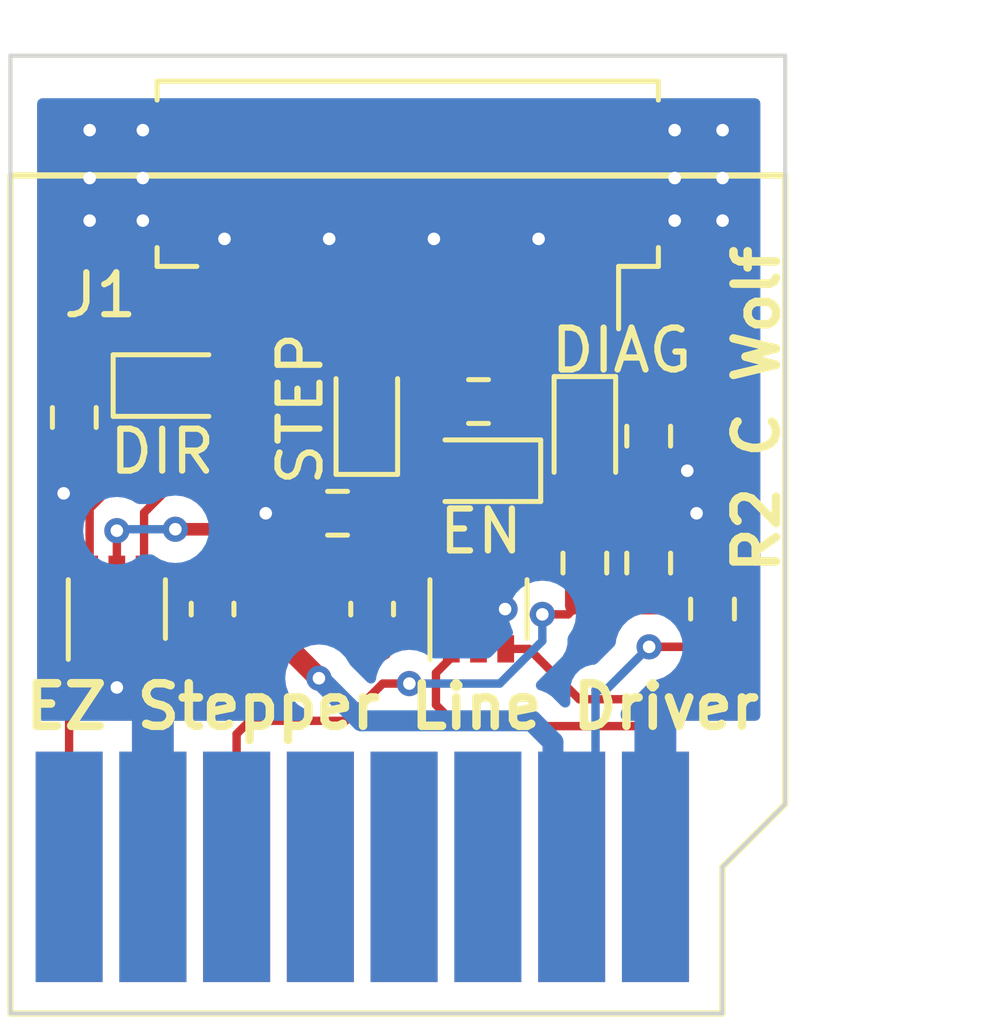
<source format=kicad_pcb>
(kicad_pcb (version 20241229) (generator "pcbnew") (generator_version "9.0")
  (layers (0 "F.Cu" signal) (2 "B.Cu" signal) (13 "F.Paste" user) (15 "B.Paste" user) (5 "F.SilkS" user "F.Silkscreen") (7 "B.SilkS" user "B.Silkscreen") (1 "F.Mask" user) (3 "B.Mask" user) (25 "Edge.Cuts" user))
  (net 0 "")
  (net 1 "+5V")
  (net 2 "GND")
  (net 3 "/B-STEP")
  (net 4 "/B-DIR")
  (net 5 "Net-(D1-K)")
  (net 6 "Net-(D2-K)")
  (net 7 "/5VDIAG")
  (net 8 "/B-DIAG")
  (net 9 "/B-ENABLE")
  (net 10 "/DIAG")
  (net 15 "/DIR")
  (net 21 "Net-(D3-K)")
  (net 22 "/STEP")
  (net 23 "Net-(D4-K)")
  (net 24 "/\\ENABLE")
  (footprint "custom:EZ_Stepper_Edge_Connector" (layer "F.Cu") (at 30.48 -121.285)
    (property "Reference" "U1" (hide yes))
    (property "Value" "EZ Driver Interface")
    (fp_line (start 0 -20) (end 0 0) (stroke (width 0.15)) (layer "F.SilkS"))
    (fp_line (start 0 0) (end 17 0) (stroke (width 0.15)) (layer "F.SilkS"))
    (fp_line (start 17 0) (end 17 -3.5) (stroke (width 0.15)) (layer "F.SilkS"))
    (fp_line (start 18.5 -20) (end 0 -20) (stroke (width 0.15)) (layer "F.SilkS"))
    (fp_line (start 18.5 -5) (end 17 -3.5) (stroke (width 0.15)) (layer "F.SilkS"))
    (fp_line (start 18.5 -5) (end 18.5 -20) (stroke (width 0.15)) (layer "F.SilkS"))
    (pad "1" smd rect (at 1.4 -3.5) (size 1.6 5.5) (layers "F.Cu" "F.Mask" "F.Paste") (net 15 "/DIR"))
    (pad "2" smd rect (at 3.4 -3.5) (size 1.6 5.5) (layers "F.Cu" "F.Mask" "F.Paste") (net 22 "/STEP"))
    (pad "3" smd rect (at 5.4 -3.5) (size 1.6 5.5) (layers "F.Cu" "F.Mask" "F.Paste") (net 10 "/DIAG"))
    (pad "4" smd rect (at 7.4 -3.5) (size 1.6 5.5) (layers "F.Cu" "F.Mask" "F.Paste"))
    (pad "5" smd rect (at 9.4 -3.5) (size 1.6 5.5) (layers "F.Cu" "F.Mask" "F.Paste"))
    (pad "6" smd rect (at 11.4 -3.5) (size 1.6 5.5) (layers "F.Cu" "F.Mask" "F.Paste"))
    (pad "7" smd rect (at 13.4 -3.5) (size 1.6 5.5) (layers "F.Cu" "F.Mask" "F.Paste"))
    (pad "8" smd rect (at 15.4 -3.5) (size 1.6 5.5) (layers "F.Cu" "F.Mask" "F.Paste") (net 24 "/\\ENABLE"))
    (pad "9" smd rect (at 15.4 -3.5) (size 1.6 5.5) (layers "B.Cu" "B.Mask" "B.Paste") (net 2 "GND"))
    (pad "10" smd rect (at 13.4 -3.5) (size 1.6 5.5) (layers "B.Cu" "B.Mask" "B.Paste") (net 1 "+5V"))
    (pad "11" smd rect (at 11.4 -3.5) (size 1.6 5.5) (layers "B.Cu" "B.Mask" "B.Paste"))
    (pad "12" smd rect (at 9.4 -3.5) (size 1.6 5.5) (layers "B.Cu" "B.Mask" "B.Paste"))
    (pad "13" smd rect (at 7.4 -3.5) (size 1.6 5.5) (layers "B.Cu" "B.Mask" "B.Paste"))
    (pad "14" smd rect (at 5.4 -3.5) (size 1.6 5.5) (layers "B.Cu" "B.Mask" "B.Paste"))
    (pad "15" smd rect (at 3.4 -3.5) (size 1.6 5.5) (layers "B.Cu" "B.Mask" "B.Paste") (net 2 "GND"))
    (pad "16" smd rect (at 1.4 -3.5) (size 1.6 5.5) (layers "B.Cu" "B.Mask" "B.Paste"))
  )
  (footprint "Resistor_SMD:R_0603_1608Metric" (layer "F.Cu") (at 41.656 -135.89)
    (property "Reference" "R3" (hide yes))
    (property "Value" "R")
    (fp_line (start 0.237258 -0.5225) (end -0.237258 -0.5225) (stroke (width 0.12)) (layer "F.SilkS"))
    (fp_line (start 0.237258 0.5225) (end -0.237258 0.5225) (stroke (width 0.12)) (layer "F.SilkS"))
    (pad "1" smd roundrect (at -0.825 0) (size 0.8 0.95) (layers "F.Cu" "F.Mask" "F.Paste") (net 9 "/B-ENABLE"))
    (pad "2" smd roundrect (at 0.825 0) (size 0.8 0.95) (layers "F.Cu" "F.Mask" "F.Paste") (net 5 "Net-(D1-K)"))
  )
  (footprint "Capacitor_SMD:C_0603_1608Metric" (layer "F.Cu") (at 35.306 -130.937 -90)
    (property "Reference" "C1" (hide yes))
    (property "Value" "C")
    (fp_line (start -0.14058 0.51) (end 0.14058 0.51) (stroke (width 0.12)) (layer "F.SilkS"))
    (fp_line (start -0.14058 -0.51) (end 0.14058 -0.51) (stroke (width 0.12)) (layer "F.SilkS"))
    (pad "1" smd roundrect (at -0.775 0 270) (size 0.9 0.95) (layers "F.Cu" "F.Mask" "F.Paste") (net 1 "+5V"))
    (pad "2" smd roundrect (at 0.775 0 270) (size 0.9 0.95) (layers "F.Cu" "F.Mask" "F.Paste") (net 2 "GND"))
  )
  (footprint "Package_TO_SOT_SMD:SOT-363_SC-70-6" (layer "F.Cu") (at 33.02 -130.937 90)
    (property "Reference" "U2" (hide yes))
    (property "Value" "74LVC2G17")
    (fp_line (start 0.7 -1.16) (end -1.2 -1.16) (stroke (width 0.12)) (layer "F.SilkS"))
    (fp_line (start -0.7 1.16) (end 0.7 1.16) (stroke (width 0.12)) (layer "F.SilkS"))
    (pad "1" smd rect (at -0.95 -0.65 90) (size 0.65 0.4) (layers "F.Cu" "F.Mask" "F.Paste") (net 15 "/DIR"))
    (pad "2" smd rect (at -0.95 0 90) (size 0.65 0.4) (layers "F.Cu" "F.Mask" "F.Paste") (net 2 "GND"))
    (pad "3" smd rect (at -0.95 0.65 90) (size 0.65 0.4) (layers "F.Cu" "F.Mask" "F.Paste") (net 22 "/STEP"))
    (pad "4" smd rect (at 0.95 0.65 90) (size 0.65 0.4) (layers "F.Cu" "F.Mask" "F.Paste") (net 3 "/B-STEP"))
    (pad "5" smd rect (at 0.95 0 90) (size 0.65 0.4) (layers "F.Cu" "F.Mask" "F.Paste") (net 1 "+5V"))
    (pad "6" smd rect (at 0.95 -0.65 90) (size 0.65 0.4) (layers "F.Cu" "F.Mask" "F.Paste") (net 4 "/B-DIR"))
  )
  (footprint "Resistor_SMD:R_0603_1608Metric" (layer "F.Cu") (at 45.72 -132.035 -90)
    (property "Reference" "R2" (hide yes))
    (property "Value" "2.2K")
    (fp_line (start -0.237258 0.5225) (end 0.237258 0.5225) (stroke (width 0.12)) (layer "F.SilkS"))
    (fp_line (start -0.237258 -0.5225) (end 0.237258 -0.5225) (stroke (width 0.12)) (layer "F.SilkS"))
    (pad "1" smd roundrect (at -0.825 0 270) (size 0.8 0.95) (layers "F.Cu" "F.Mask" "F.Paste") (net 2 "GND"))
    (pad "2" smd roundrect (at 0.825 0 270) (size 0.8 0.95) (layers "F.Cu" "F.Mask" "F.Paste") (net 10 "/DIAG"))
  )
  (footprint "Resistor_SMD:R_0603_1608Metric" (layer "F.Cu") (at 44.196 -132.035 90)
    (property "Reference" "R1" (hide yes))
    (property "Value" "1K")
    (fp_line (start -0.237258 -0.5225) (end 0.237258 -0.5225) (stroke (width 0.12)) (layer "F.SilkS"))
    (fp_line (start -0.237258 0.5225) (end 0.237258 0.5225) (stroke (width 0.12)) (layer "F.SilkS"))
    (pad "1" smd roundrect (at -0.825 0 90) (size 0.8 0.95) (layers "F.Cu" "F.Mask" "F.Paste") (net 10 "/DIAG"))
    (pad "2" smd roundrect (at 0.825 0 90) (size 0.8 0.95) (layers "F.Cu" "F.Mask" "F.Paste") (net 7 "/5VDIAG"))
  )
  (footprint "LED_SMD:LED_0603_1608Metric" (layer "F.Cu") (at 34.417 -136.271)
    (property "Reference" "D3" (hide yes))
    (property "Value" "LED")
    (fp_line (start -1.485 -0.735) (end 0.8 -0.735) (stroke (width 0.12)) (layer "F.SilkS"))
    (fp_line (start -1.485 0.735) (end -1.485 -0.735) (stroke (width 0.12)) (layer "F.SilkS"))
    (fp_line (start 0.8 0.735) (end -1.485 0.735) (stroke (width 0.12)) (layer "F.SilkS"))
    (pad "1" smd roundrect (at -0.7875 0) (size 0.875 0.95) (layers "F.Cu" "F.Mask" "F.Paste") (net 21 "Net-(D3-K)"))
    (pad "2" smd roundrect (at 0.7875 0) (size 0.875 0.95) (layers "F.Cu" "F.Mask" "F.Paste") (net 4 "/B-DIR"))
  )
  (footprint "LED_SMD:LED_0603_1608Metric" (layer "F.Cu") (at 44.196 -135.001 -90)
    (property "Reference" "D4" (hide yes))
    (property "Value" "LED")
    (fp_line (start -1.485 0.735) (end -1.485 -0.735) (stroke (width 0.12)) (layer "F.SilkS"))
    (fp_line (start 0.8 0.735) (end -1.485 0.735) (stroke (width 0.12)) (layer "F.SilkS"))
    (fp_line (start -1.485 -0.735) (end 0.8 -0.735) (stroke (width 0.12)) (layer "F.SilkS"))
    (pad "1" smd roundrect (at -0.7875 0 270) (size 0.875 0.95) (layers "F.Cu" "F.Mask" "F.Paste") (net 23 "Net-(D4-K)"))
    (pad "2" smd roundrect (at 0.7875 0 270) (size 0.875 0.95) (layers "F.Cu" "F.Mask" "F.Paste") (net 7 "/5VDIAG"))
  )
  (footprint "LED_SMD:LED_0603_1608Metric" (layer "F.Cu") (at 41.656 -134.239 180)
    (property "Reference" "D1" (hide yes))
    (property "Value" "LED")
    (fp_line (start 0.8 0.735) (end -1.485 0.735) (stroke (width 0.12)) (layer "F.SilkS"))
    (fp_line (start -1.485 0.735) (end -1.485 -0.735) (stroke (width 0.12)) (layer "F.SilkS"))
    (fp_line (start -1.485 -0.735) (end 0.8 -0.735) (stroke (width 0.12)) (layer "F.SilkS"))
    (pad "1" smd roundrect (at -0.7875 0 180) (size 0.875 0.95) (layers "F.Cu" "F.Mask" "F.Paste") (net 5 "Net-(D1-K)"))
    (pad "2" smd roundrect (at 0.7875 0 180) (size 0.875 0.95) (layers "F.Cu" "F.Mask" "F.Paste") (net 1 "+5V"))
  )
  (footprint "Package_TO_SOT_SMD:SOT-363_SC-70-6" (layer "F.Cu") (at 41.656 -130.937 90)
    (property "Reference" "U3" (hide yes))
    (property "Value" "74LVC2G17")
    (fp_line (start 0.7 -1.16) (end -1.2 -1.16) (stroke (width 0.12)) (layer "F.SilkS"))
    (fp_line (start -0.7 1.16) (end 0.7 1.16) (stroke (width 0.12)) (layer "F.SilkS"))
    (pad "1" smd rect (at -0.95 -0.65 90) (size 0.65 0.4) (layers "F.Cu" "F.Mask" "F.Paste") (net 24 "/\\ENABLE"))
    (pad "2" smd rect (at -0.95 0 90) (size 0.65 0.4) (layers "F.Cu" "F.Mask" "F.Paste") (net 2 "GND"))
    (pad "3" smd rect (at -0.95 0.65 90) (size 0.65 0.4) (layers "F.Cu" "F.Mask" "F.Paste") (net 8 "/B-DIAG"))
    (pad "4" smd rect (at 0.95 0.65 90) (size 0.65 0.4) (layers "F.Cu" "F.Mask" "F.Paste") (net 7 "/5VDIAG"))
    (pad "5" smd rect (at 0.95 0 90) (size 0.65 0.4) (layers "F.Cu" "F.Mask" "F.Paste") (net 1 "+5V"))
    (pad "6" smd rect (at 0.95 -0.65 90) (size 0.65 0.4) (layers "F.Cu" "F.Mask" "F.Paste") (net 9 "/B-ENABLE"))
  )
  (footprint "Resistor_SMD:R_0603_1608Metric" (layer "F.Cu") (at 45.72 -135.064 90)
    (property "Reference" "R6" (hide yes))
    (property "Value" "R")
    (fp_line (start 0.237258 -0.5225) (end -0.237258 -0.5225) (stroke (width 0.12)) (layer "F.SilkS"))
    (fp_line (start 0.237258 0.5225) (end -0.237258 0.5225) (stroke (width 0.12)) (layer "F.SilkS"))
    (pad "1" smd roundrect (at -0.825 0 90) (size 0.8 0.95) (layers "F.Cu" "F.Mask" "F.Paste") (net 2 "GND"))
    (pad "2" smd roundrect (at 0.825 0 90) (size 0.8 0.95) (layers "F.Cu" "F.Mask" "F.Paste") (net 23 "Net-(D4-K)"))
  )
  (footprint "Resistor_SMD:R_0603_1608Metric" (layer "F.Cu") (at 38.29 -133.224)
    (property "Reference" "R4" (hide yes))
    (property "Value" "R")
    (fp_line (start 0.237258 -0.5225) (end -0.237258 -0.5225) (stroke (width 0.12)) (layer "F.SilkS"))
    (fp_line (start 0.237258 0.5225) (end -0.237258 0.5225) (stroke (width 0.12)) (layer "F.SilkS"))
    (pad "1" smd roundrect (at -0.825 0) (size 0.8 0.95) (layers "F.Cu" "F.Mask" "F.Paste") (net 2 "GND"))
    (pad "2" smd roundrect (at 0.825 0) (size 0.8 0.95) (layers "F.Cu" "F.Mask" "F.Paste") (net 6 "Net-(D2-K)"))
  )
  (footprint "Connector_Molex:Molex_PicoBlade_53261-0871_1x08-1MP_P1.25mm_Horizontal" (layer "F.Cu") (at 39.966 -140.825 180)
    (property "Reference" "J1" (at 7.341 -2.395 0) (layer "F.SilkS"))
    (property "Value" "Conn_02x04_Odd_Even")
    (fp_line (start 5.985 2.71) (end 5.985 2.26) (stroke (width 0.12)) (layer "F.SilkS"))
    (fp_line (start 5.985 -1.26) (end 5.985 -1.71) (stroke (width 0.12)) (layer "F.SilkS"))
    (fp_line (start 5.985 -1.71) (end 5.035 -1.71) (stroke (width 0.12)) (layer "F.SilkS"))
    (fp_line (start -5.035 -1.71) (end -5.035 -3.2) (stroke (width 0.12)) (layer "F.SilkS"))
    (fp_line (start -5.985 2.71) (end 5.985 2.71) (stroke (width 0.12)) (layer "F.SilkS"))
    (fp_line (start -5.985 2.26) (end -5.985 2.71) (stroke (width 0.12)) (layer "F.SilkS"))
    (fp_line (start -5.985 -1.26) (end -5.985 -1.71) (stroke (width 0.12)) (layer "F.SilkS"))
    (fp_line (start -5.985 -1.71) (end -5.035 -1.71) (stroke (width 0.12)) (layer "F.SilkS"))
    (pad "1" smd roundrect (at -4.375 -2.4 180) (size 0.8 1.6) (layers "F.Cu" "F.Mask" "F.Paste") (net 8 "/B-DIAG"))
    (pad "2" smd roundrect (at -3.125 -2.4 180) (size 0.8 1.6) (layers "F.Cu" "F.Mask" "F.Paste") (net 2 "GND"))
    (pad "3" smd roundrect (at -1.875 -2.4 180) (size 0.8 1.6) (layers "F.Cu" "F.Mask" "F.Paste") (net 9 "/B-ENABLE"))
    (pad "4" smd roundrect (at -0.625 -2.4 180) (size 0.8 1.6) (layers "F.Cu" "F.Mask" "F.Paste") (net 2 "GND"))
    (pad "5" smd roundrect (at 0.625 -2.4 180) (size 0.8 1.6) (layers "F.Cu" "F.Mask" "F.Paste") (net 3 "/B-STEP"))
    (pad "6" smd roundrect (at 1.875 -2.4 180) (size 0.8 1.6) (layers "F.Cu" "F.Mask" "F.Paste") (net 2 "GND"))
    (pad "7" smd roundrect (at 3.125 -2.4 180) (size 0.8 1.6) (layers "F.Cu" "F.Mask" "F.Paste") (net 4 "/B-DIR"))
    (pad "8" smd roundrect (at 4.375 -2.4 180) (size 0.8 1.6) (layers "F.Cu" "F.Mask" "F.Paste") (net 2 "GND"))
    (pad "MP" smd roundrect (at -6.925 0.5 180) (size 2.1 3) (layers "F.Cu" "F.Mask" "F.Paste") (roundrect_rratio 0.1190480952) (net 2 "GND"))
    (pad "MP" smd roundrect (at 6.925 0.5 180) (size 2.1 3) (layers "F.Cu" "F.Mask" "F.Paste") (roundrect_rratio 0.1190480952) (net 2 "GND"))
  )
  (footprint "Resistor_SMD:R_0603_1608Metric" (layer "F.Cu") (at 47.244 -130.937 -90)
    (property "Reference" "R7" (hide yes))
    (property "Value" "2.2K")
    (fp_line (start -0.237258 0.5225) (end 0.237258 0.5225) (stroke (width 0.12)) (layer "F.SilkS"))
    (fp_line (start -0.237258 -0.5225) (end 0.237258 -0.5225) (stroke (width 0.12)) (layer "F.SilkS"))
    (pad "1" smd roundrect (at -0.825 0 270) (size 0.8 0.95) (layers "F.Cu" "F.Mask" "F.Paste") (net 8 "/B-DIAG"))
    (pad "2" smd roundrect (at 0.825 0 270) (size 0.8 0.95) (layers "F.Cu" "F.Mask" "F.Paste") (net 1 "+5V"))
  )
  (footprint "LED_SMD:LED_0603_1608Metric" (layer "F.Cu") (at 38.989 -135.636 90)
    (property "Reference" "D2" (hide yes))
    (property "Value" "LED")
    (fp_line (start -1.485 -0.735) (end 0.8 -0.735) (stroke (width 0.12)) (layer "F.SilkS"))
    (fp_line (start 0.8 0.735) (end -1.485 0.735) (stroke (width 0.12)) (layer "F.SilkS"))
    (fp_line (start -1.485 0.735) (end -1.485 -0.735) (stroke (width 0.12)) (layer "F.SilkS"))
    (pad "1" smd roundrect (at -0.7875 0 90) (size 0.875 0.95) (layers "F.Cu" "F.Mask" "F.Paste") (net 6 "Net-(D2-K)"))
    (pad "2" smd roundrect (at 0.7875 0 90) (size 0.875 0.95) (layers "F.Cu" "F.Mask" "F.Paste") (net 3 "/B-STEP"))
  )
  (footprint "Resistor_SMD:R_0603_1608Metric" (layer "F.Cu") (at 32.004 -135.509 90)
    (property "Reference" "R5" (hide yes))
    (property "Value" "R")
    (fp_line (start 0.237258 -0.5225) (end -0.237258 -0.5225) (stroke (width 0.12)) (layer "F.SilkS"))
    (fp_line (start 0.237258 0.5225) (end -0.237258 0.5225) (stroke (width 0.12)) (layer "F.SilkS"))
    (pad "1" smd roundrect (at -0.825 0 90) (size 0.8 0.95) (layers "F.Cu" "F.Mask" "F.Paste") (net 2 "GND"))
    (pad "2" smd roundrect (at 0.825 0 90) (size 0.8 0.95) (layers "F.Cu" "F.Mask" "F.Paste") (net 21 "Net-(D3-K)"))
  )
  (footprint "Capacitor_SMD:C_0603_1608Metric" (layer "F.Cu") (at 39.116 -130.937 -90)
    (property "Reference" "C2" (hide yes))
    (property "Value" "C")
    (fp_line (start -0.14058 0.51) (end 0.14058 0.51) (stroke (width 0.12)) (layer "F.SilkS"))
    (fp_line (start -0.14058 -0.51) (end 0.14058 -0.51) (stroke (width 0.12)) (layer "F.SilkS"))
    (pad "1" smd roundrect (at -0.775 0 270) (size 0.9 0.95) (layers "F.Cu" "F.Mask" "F.Paste") (net 1 "+5V"))
    (pad "2" smd roundrect (at 0.775 0 270) (size 0.9 0.95) (layers "F.Cu" "F.Mask" "F.Paste") (net 2 "GND"))
  )
  (gr_line (start 48.98 -144.145) (end 48.98 -126.285) (stroke (width 0.1)) (layer "Edge.Cuts"))
  (gr_line (start 47.48 -124.785) (end 47.48 -121.285) (stroke (width 0.1)) (layer "Edge.Cuts"))
  (gr_line (start 48.98 -126.285) (end 47.48 -124.785) (stroke (width 0.1)) (layer "Edge.Cuts"))
  (gr_line (start 30.48 -144.145) (end 48.98 -144.145) (stroke (width 0.1)) (layer "Edge.Cuts"))
  (gr_line (start 30.48 -121.285) (end 30.48 -144.145) (stroke (width 0.1)) (layer "Edge.Cuts"))
  (gr_line (start 47.48 -121.285) (end 30.48 -121.285) (stroke (width 0.1)) (layer "Edge.Cuts"))
  (gr_text "DIAG" (at 43.307 -136.525 0) (layer "F.SilkS") (effects (font (size 1 1)) (justify left bottom)))
  (gr_text "EZ Stepper Line Driver" (at 30.734 -128.016 0) (layer "F.SilkS") (effects (font (size 1.016 1.016) (thickness 0.2032) (bold yes)) (justify left bottom)))
  (gr_text "DIR" (at 32.766 -134.112 0) (layer "F.SilkS") (effects (font (size 1 1)) (justify left bottom)))
  (gr_text "R2 C Wolf" (at 48.895 -131.699 90) (layer "F.SilkS") (effects (font (size 1.016 1.016) (thickness 0.2032) (bold yes)) (justify left bottom)))
  (gr_text "EN" (at 40.64 -132.207 0) (layer "F.SilkS") (effects (font (size 1 1)) (justify left bottom)))
  (gr_text "STEP" (at 37.9875 -133.811742 90) (layer "F.SilkS") (effects (font (size 1 1)) (justify left bottom)))
  (segment (start 39.637 -131.191) (end 39.116 -131.712) (width 0.2) (layer "F.Cu") (net 1))
  (segment (start 37.846 -129.286) (end 36.944 -130.188) (width 0.5) (layer "F.Cu") (net 1))
  (segment (start 40.767 -131.191) (end 39.637 -131.191) (width 0.2) (layer "F.Cu") (net 1))
  (segment (start 33.274 -131.191) (end 34.785 -131.191) (width 0.2) (layer "F.Cu") (net 1))
  (segment (start 36.2585 -132.3975) (end 36.944 -131.712) (width 0.3) (layer "F.Cu") (net 1))
  (segment (start 33.02 -131.887) (end 33.02 -132.808) (width 0.2) (layer "F.Cu") (net 1))
  (segment (start 41.656 -131.445) (end 41.402 -131.191) (width 0.2) (layer "F.Cu") (net 1))
  (segment (start 41.656 -132.842) (end 41.656 -131.887) (width 0.2) (layer "F.Cu") (net 1))
  (segment (start 39.116 -131.712) (end 38.494 -131.712) (width 0.3) (layer "F.Cu") (net 1))
  (segment (start 40.8685 -134.239) (end 40.8685 -133.6295) (width 0.2) (layer "F.Cu") (net 1))
  (segment (start 35.814 -132.842) (end 36.2585 -132.3975) (width 0.3) (layer "F.Cu") (net 1))
  (segment (start 47.23 -130.46) (end 46.805 -130.035) (width 0.2) (layer "F.Cu") (net 1))
  (segment (start 33.02 -131.445) (end 33.274 -131.191) (width 0.2) (layer "F.Cu") (net 1))
  (segment (start 45.73 -130.035) (end 47.167 -130.035) (width 0.2) (layer "F.Cu") (net 1))
  (segment (start 41.656 -131.887) (end 41.656 -131.445) (width 0.2) (layer "F.Cu") (net 1))
  (segment (start 39.694 -131.191) (end 39.961 -131.191) (width 0.2) (layer "F.Cu") (net 1))
  (segment (start 40.767 -131.191) (end 39.961 -131.191) (width 0.2) (layer "F.Cu") (net 1))
  (segment (start 46.805 -130.035) (end 45.73 -130.035) (width 0.2) (layer "F.Cu") (net 1))
  (segment (start 40.8685 -133.6295) (end 41.656 -132.842) (width 0.2) (layer "F.Cu") (net 1))
  (segment (start 41.402 -131.191) (end 40.767 -131.191) (width 0.2) (layer "F.Cu") (net 1))
  (segment (start 34.417 -132.842) (end 35.814 -132.842) (width 0.3) (layer "F.Cu") (net 1))
  (segment (start 33.02 -131.887) (end 33.02 -131.445) (width 0.2) (layer "F.Cu") (net 1))
  (segment (start 34.785 -131.191) (end 35.306 -131.712) (width 0.2) (layer "F.Cu") (net 1))
  (segment (start 36.944 -130.188) (end 36.944 -131.712) (width 0.5) (layer "F.Cu") (net 1))
  (segment (start 47.167 -130.035) (end 47.244 -130.112) (width 0.2) (layer "F.Cu") (net 1))
  (segment (start 36.944 -131.712) (end 39.116 -131.712) (width 0.3) (layer "F.Cu") (net 1))
  (via (at 34.417 -132.842) (size 0.6) (drill 0.3) (layers "F.Cu" "B.Cu") (net 1))
  (via (at 33.02 -132.808) (size 0.6) (drill 0.3) (layers "F.Cu" "B.Cu") (net 1))
  (via (at 37.846 -129.286) (size 0.6) (drill 0.3) (layers "F.Cu" "B.Cu") (net 1))
  (via (at 45.73 -130.035) (size 0.6) (drill 0.3) (layers "F.Cu" "B.Cu") (net 1))
  (segment (start 44.45 -129.0065) (end 44.7015 -129.0065) (width 0.2) (layer "B.Cu") (net 1))
  (segment (start 44.45 -125.355) (end 43.88 -124.785) (width 0.2) (layer "B.Cu") (net 1))
  (segment (start 42.926 -128.27) (end 38.862 -128.27) (width 0.5) (layer "B.Cu") (net 1))
  (segment (start 38.862 -128.27) (end 37.846 -129.286) (width 0.5) (layer "B.Cu") (net 1))
  (segment (start 43.434 -125.231) (end 43.434 -127.762) (width 0.5) (layer "B.Cu") (net 1))
  (segment (start 34.417 -132.842) (end 34.544 -132.842) (width 0.2) (layer "B.Cu") (net 1))
  (segment (start 34.417 -132.842) (end 33.054 -132.842) (width 0.2) (layer "B.Cu") (net 1))
  (segment (start 44.7015 -129.0065) (end 45.73 -130.035) (width 0.2) (layer "B.Cu") (net 1))
  (segment (start 43.88 -124.785) (end 43.434 -125.231) (width 0.2) (layer "B.Cu") (net 1))
  (segment (start 44.45 -129.0065) (end 44.45 -125.355) (width 0.2) (layer "B.Cu") (net 1))
  (segment (start 33.054 -132.842) (end 33.02 -132.808) (width 0.2) (layer "B.Cu") (net 1))
  (segment (start 43.434 -127.762) (end 42.926 -128.27) (width 0.5) (layer "B.Cu") (net 1))
  (segment (start 33.274 -130.683) (end 33.02 -130.429) (width 0.2) (layer "F.Cu") (net 2))
  (segment (start 41.5925 -130.0505) (end 41.5925 -130.4925) (width 0.2) (layer "F.Cu") (net 2))
  (segment (start 37.465 -133.224) (end 36.576 -133.223) (width 0.2) (layer "F.Cu") (net 2))
  (segment (start 41.148 -130.683) (end 40.752736 -130.683) (width 0.2) (layer "F.Cu") (net 2))
  (segment (start 41.656 -129.987) (end 41.7195 -130.0505) (width 0.2) (layer "F.Cu") (net 2))
  (segment (start 41.5925 -130.4925) (end 41.402 -130.683) (width 0.2) (layer "F.Cu") (net 2))
  (segment (start 45.72 -134.239) (end 46.641 -134.239) (width 0.2) (layer "F.Cu") (net 2))
  (segment (start 41.656 -129.987) (end 41.5925 -130.0505) (width 0.2) (layer "F.Cu") (net 2))
  (segment (start 40.591 -138.425) (end 40.591 -139.772) (width 0.2) (layer "F.Cu") (net 2))
  (segment (start 35.591 -138.425) (end 35.591 -139.772) (width 0.2) (layer "F.Cu") (net 2))
  (segment (start 43.091 -138.425) (end 43.091 -139.772) (width 0.2) (layer "F.Cu") (net 2))
  (segment (start 40.736 -130.683) (end 41.402 -130.683) (width 0.2) (layer "F.Cu") (net 2))
  (segment (start 41.275 -130.683) (end 39.751686 -130.683) (width 0.2) (layer "F.Cu") (net 2))
  (segment (start 39.230686 -130.162) (end 39.116 -130.162) (width 0.2) (layer "F.Cu") (net 2))
  (segment (start 33.02 -129.987) (end 33.02 -129.066) (width 0.2) (layer "F.Cu") (net 2))
  (segment (start 38.091 -138.425) (end 38.091 -139.772) (width 0.2) (layer "F.Cu") (net 2))
  (segment (start 41.275 -130.683) (end 41.402 -130.683) (width 0.2) (layer "F.Cu") (net 2))
  (segment (start 41.7195 -130.4925) (end 42.164 -130.937) (width 0.2) (layer "F.Cu") (net 2))
  (segment (start 31.75 -134.62) (end 31.75 -133.699) (width 0.2) (layer "F.Cu") (net 2))
  (segment (start 33.02 -130.429) (end 33.02 -129.987) (width 0.2) (layer "F.Cu") (net 2))
  (segment (start 41.7195 -130.0505) (end 41.7195 -130.4925) (width 0.2) (layer "F.Cu") (net 2))
  (segment (start 45.72 -132.86) (end 46.863 -133.223) (width 0.2) (layer "F.Cu") (net 2))
  (segment (start 39.751686 -130.683) (end 39.230686 -130.162) (width 0.2) (layer "F.Cu") (net 2))
  (segment (start 34.785 -130.683) (end 33.274 -130.683) (width 0.2) (layer "F.Cu") (net 2))
  (segment (start 41.148 -130.683) (end 41.275 -130.683) (width 0.2) (layer "F.Cu") (net 2))
  (segment (start 42.164 -130.937) (end 42.291 -130.937) (width 0.2) (layer "F.Cu") (net 2))
  (segment (start 35.306 -130.162) (end 34.785 -130.683) (width 0.2) (layer "F.Cu") (net 2))
  (via (at 46.341 -141.224) (size 0.6) (drill 0.3) (layers "F.Cu" "B.Cu") (net 2))
  (via (at 33.02 -129.066) (size 0.6) (drill 0.3) (layers "F.Cu" "B.Cu") (net 2))
  (via (at 38.091 -139.772) (size 0.6) (drill 0.3) (layers "F.Cu" "B.Cu") (net 2))
  (via (at 35.591 -139.772) (size 0.6) (drill 0.3) (layers "F.Cu" "B.Cu") (net 2))
  (via (at 46.341 -140.208) (size 0.6) (drill 0.3) (layers "F.Cu" "B.Cu") (net 2))
  (via (at 43.091 -139.772) (size 0.6) (drill 0.3) (layers "F.Cu" "B.Cu") (net 2))
  (via (at 46.863 -133.223) (size 0.6) (drill 0.3) (layers "F.Cu" "B.Cu") (net 2))
  (via (at 32.371 -141.224) (size 0.6) (drill 0.3) (layers "F.Cu" "B.Cu") (net 2))
  (via (at 47.484 -140.208) (size 0.6) (drill 0.3) (layers "F.Cu" "B.Cu") (net 2))
  (via (at 46.341 -142.367) (size 0.6) (drill 0.3) (layers "F.Cu" "B.Cu") (net 2))
  (via (at 32.371 -142.367) (size 0.6) (drill 0.3) (layers "F.Cu" "B.Cu") (net 2))
  (via (at 46.641 -134.239) (size 0.6) (drill 0.3) (layers "F.Cu" "B.Cu") (net 2))
  (via (at 47.484 -141.224) (size 0.6) (drill 0.3) (layers "F.Cu" "B.Cu") (net 2))
  (via (at 47.484 -142.367) (size 0.6) (drill 0.3) (layers "F.Cu" "B.Cu") (net 2))
  (via (at 31.75 -133.699) (size 0.6) (drill 0.3) (layers "F.Cu" "B.Cu") (net 2))
  (via (at 40.591 -139.772) (size 0.6) (drill 0.3) (layers "F.Cu" "B.Cu") (net 2))
  (via (at 36.576 -133.223) (size 0.6) (drill 0.3) (layers "F.Cu" "B.Cu") (net 2))
  (via (at 42.291 -130.937) (size 0.6) (drill 0.3) (layers "F.Cu" "B.Cu") (net 2))
  (via (at 33.641 -142.367) (size 0.6) (drill 0.3) (layers "F.Cu" "B.Cu") (net 2))
  (via (at 33.641 -141.224) (size 0.6) (drill 0.3) (layers "F.Cu" "B.Cu") (net 2))
  (via (at 32.371 -140.208) (size 0.6) (drill 0.3) (layers "F.Cu" "B.Cu") (net 2))
  (via (at 33.641 -140.208) (size 0.6) (drill 0.3) (layers "F.Cu" "B.Cu") (net 2))
  (segment (start 33.88 -124.785) (end 33.88 -129.13) (width 1) (layer "B.Cu") (net 2))
  (segment (start 45.88 -124.785) (end 45.88 -128.535) (width 1) (layer "B.Cu") (net 2))
  (segment (start 34.29 -133.858) (end 33.67 -133.238) (width 0.2) (layer "F.Cu") (net 3))
  (segment (start 38.2235 -136.0425) (end 36.9825 -136.0425) (width 0.2) (layer "F.Cu") (net 3))
  (segment (start 33.67 -133.238) (end 33.67 -131.887) (width 0.2) (layer "F.Cu") (net 3))
  (segment (start 36.3855 -135.4455) (end 36.3855 -134.6835) (width 0.2) (layer "F.Cu") (net 3))
  (segment (start 36.9825 -136.0425) (end 36.3855 -135.4455) (width 0.2) (layer "F.Cu") (net 3))
  (segment (start 39.341 -137.16) (end 38.2235 -136.0425) (width 0.2) (layer "F.Cu") (net 3))
  (segment (start 36.3855 -134.6835) (end 35.56 -133.858) (width 0.2) (layer "F.Cu") (net 3))
  (segment (start 35.56 -133.858) (end 34.29 -133.858) (width 0.2) (layer "F.Cu") (net 3))
  (segment (start 39.341 -138.425) (end 39.341 -137.16) (width 0.2) (layer "F.Cu") (net 3))
  (segment (start 36.841 -137.287) (end 35.825 -136.271) (width 0.2) (layer "F.Cu") (net 4))
  (segment (start 34.544 -134.493) (end 33.528 -134.493) (width 0.2) (layer "F.Cu") (net 4))
  (segment (start 35.825 -136.271) (end 35.2045 -136.271) (width 0.2) (layer "F.Cu") (net 4))
  (segment (start 35.2045 -136.271) (end 35.2045 -135.1535) (width 0.2) (layer "F.Cu") (net 4))
  (segment (start 32.37 -133.335) (end 32.37 -132.715) (width 0.2) (layer "F.Cu") (net 4))
  (segment (start 32.37 -131.887) (end 32.37 -132.715) (width 0.2) (layer "F.Cu") (net 4))
  (segment (start 33.528 -134.493) (end 32.37 -133.335) (width 0.2) (layer "F.Cu") (net 4))
  (segment (start 36.816 -138.45) (end 36.841 -138.425) (width 0.2) (layer "F.Cu") (net 4))
  (segment (start 36.841 -138.425) (end 36.841 -137.287) (width 0.2) (layer "F.Cu") (net 4))
  (segment (start 35.2045 -135.1535) (end 34.544 -134.493) (width 0.2) (layer "F.Cu") (net 4))
  (segment (start 42.481 -134.2765) (end 42.4435 -134.239) (width 0.2) (layer "F.Cu") (net 5))
  (segment (start 42.481 -135.89) (end 42.481 -134.2765) (width 0.2) (layer "F.Cu") (net 5))
  (segment (start 38.9635 -134.874) (end 38.989 -134.8485) (width 0.2) (layer "F.Cu") (net 6))
  (segment (start 38.989 -133.35) (end 39.115 -133.224) (width 0.2) (layer "F.Cu") (net 6))
  (segment (start 38.989 -134.8485) (end 38.989 -133.35) (width 0.2) (layer "F.Cu") (net 6))
  (segment (start 43.18 -131.953) (end 43.114 -131.887) (width 0.2) (layer "F.Cu") (net 7))
  (segment (start 43.751 -132.524) (end 43.18 -131.953) (width 0.2) (layer "F.Cu") (net 7))
  (segment (start 44.196 -132.86) (end 44.087 -132.86) (width 0.2) (layer "F.Cu") (net 7))
  (segment (start 42.306 -131.887) (end 43.114 -131.887) (width 0.2) (layer "F.Cu") (net 7))
  (segment (start 44.196 -134.2135) (end 44.196 -132.86) (width 0.2) (layer "F.Cu") (net 7))
  (segment (start 44.087 -132.86) (end 43.18 -131.953) (width 0.2) (layer "F.Cu") (net 7))
  (segment (start 44.062 -128.785) (end 47.48 -128.785) (width 0.2) (layer "F.Cu") (net 8))
  (segment (start 48.23 -129.535) (end 48.23 -130.175) (width 0.2) (layer "F.Cu") (net 8))
  (segment (start 48.006 -132.524) (end 47.244 -131.762) (width 0.2) (layer "F.Cu") (net 8))
  (segment (start 48.006 -133.223) (end 48.006 -132.524) (width 0.2) (layer "F.Cu") (net 8))
  (segment (start 45.965 -138.425) (end 44.341 -138.425) (width 0.2) (layer "F.Cu") (net 8))
  (segment (start 42.86 -129.987) (end 44.062 -128.785) (width 0.2) (layer "F.Cu") (net 8))
  (segment (start 42.306 -129.987) (end 42.86 -129.987) (width 0.2) (layer "F.Cu") (net 8))
  (segment (start 48.23 -130.776) (end 48.23 -130.175) (width 0.2) (layer "F.Cu") (net 8))
  (segment (start 47.48 -128.785) (end 48.23 -129.535) (width 0.2) (layer "F.Cu") (net 8))
  (segment (start 48.006 -136.384) (end 45.965 -138.425) (width 0.2) (layer "F.Cu") (net 8))
  (segment (start 48.006 -133.223) (end 48.006 -136.384) (width 0.2) (layer "F.Cu") (net 8))
  (segment (start 48.006 -132.886) (end 48.006 -133.223) (width 0.2) (layer "F.Cu") (net 8))
  (segment (start 47.244 -131.762) (end 48.23 -130.776) (width 0.2) (layer "F.Cu") (net 8))
  (segment (start 40.386 -136.906) (end 40.005 -136.525) (width 0.2) (layer "F.Cu") (net 9))
  (segment (start 40.831 -135.89) (end 40.005 -135.89) (width 0.2) (layer "F.Cu") (net 9))
  (segment (start 40.005 -136.525) (end 40.005 -135.89) (width 0.2) (layer "F.Cu") (net 9))
  (segment (start 40.005 -133.477) (end 41.006 -132.476) (width 0.2) (layer "F.Cu") (net 9))
  (segment (start 41.529 -136.906) (end 40.386 -136.906) (width 0.2) (layer "F.Cu") (net 9))
  (segment (start 41.841 -138.425) (end 41.841 -137.218) (width 0.2) (layer "F.Cu") (net 9))
  (segment (start 41.841 -137.218) (end 41.529 -136.906) (width 0.2) (layer "F.Cu") (net 9))
  (segment (start 41.006 -132.476) (end 41.006 -131.887) (width 0.2) (layer "F.Cu") (net 9))
  (segment (start 40.005 -135.89) (end 40.005 -133.477) (width 0.2) (layer "F.Cu") (net 9))
  (segment (start 44.196 -131.21) (end 45.72 -131.21) (width 0.2) (layer "F.Cu") (net 10))
  (segment (start 38.481 -128.27) (end 36.195 -128.27) (width 0.2) (layer "F.Cu") (net 10))
  (segment (start 40.005 -129.159) (end 39.37 -129.159) (width 0.2) (layer "F.Cu") (net 10))
  (segment (start 36.195 -128.27) (end 35.88 -127.955) (width 0.2) (layer "F.Cu") (net 10))
  (segment (start 43.796 -130.81) (end 44.196 -131.21) (width 0.2) (layer "F.Cu") (net 10))
  (segment (start 35.88 -127.955) (end 35.88 -124.785) (width 0.2) (layer "F.Cu") (net 10))
  (segment (start 43.18 -130.81) (end 43.796 -130.81) (width 0.2) (layer "F.Cu") (net 10))
  (segment (start 39.37 -129.159) (end 38.481 -128.27) (width 0.2) (layer "F.Cu") (net 10))
  (via (at 43.18 -130.81) (size 0.6) (drill 0.3) (layers "F.Cu" "B.Cu") (net 10))
  (via (at 40.005 -129.159) (size 0.6) (drill 0.3) (layers "F.Cu" "B.Cu") (net 10))
  (segment (start 43.18 -130.175) (end 43.18 -130.81) (width 0.2) (layer "B.Cu") (net 10))
  (segment (start 40.005 -129.159) (end 42.164 -129.159) (width 0.2) (layer "B.Cu") (net 10))
  (segment (start 42.164 -129.159) (end 43.18 -130.175) (width 0.2) (layer "B.Cu") (net 10))
  (segment (start 31.88 -128.527) (end 32.37 -129.017) (width 0.2) (layer "F.Cu") (net 15))
  (segment (start 32.37 -129.017) (end 32.37 -129.987) (width 0.2) (layer "F.Cu") (net 15))
  (segment (start 31.88 -124.785) (end 31.88 -128.527) (width 0.2) (layer "F.Cu") (net 15))
  (segment (start 33.6295 -136.271) (end 32.067 -136.271) (width 0.2) (layer "F.Cu") (net 21))
  (segment (start 32.067 -136.271) (end 32.004 -136.334) (width 0.2) (layer "F.Cu") (net 21))
  (segment (start 33.88 -129.315) (end 33.88 -124.785) (width 0.2) (layer "F.Cu") (net 22))
  (segment (start 33.67 -129.987) (end 33.67 -129.525) (width 0.2) (layer "F.Cu") (net 22))
  (segment (start 33.67 -129.525) (end 33.88 -129.315) (width 0.2) (layer "F.Cu") (net 22))
  (segment (start 44.2965 -135.889) (end 44.196 -135.7885) (width 0.2) (layer "F.Cu") (net 23))
  (segment (start 45.72 -135.889) (end 44.2965 -135.889) (width 0.2) (layer "F.Cu") (net 23))
  (segment (start 41.006 -129.779) (end 40.64 -129.413) (width 0.2) (layer "F.Cu") (net 24))
  (segment (start 45.72 -128.143) (end 45.847 -128.016) (width 0.2) (layer "F.Cu") (net 24))
  (segment (start 40.64 -129.413) (end 40.64 -128.651) (width 0.2) (layer "F.Cu") (net 24))
  (segment (start 45.88 -127.983) (end 45.88 -124.785) (width 0.2) (layer "F.Cu") (net 24))
  (segment (start 45.847 -128.016) (end 45.88 -127.983) (width 0.2) (layer "F.Cu") (net 24))
  (segment (start 40.64 -128.651) (end 41.148 -128.143) (width 0.2) (layer "F.Cu") (net 24))
  (segment (start 41.148 -128.143) (end 45.72 -128.143) (width 0.2) (layer "F.Cu") (net 24))
  (segment (start 41.006 -129.987) (end 41.006 -129.779) (width 0.2) (layer "F.Cu") (net 24))
  (zone (net 2) (net_name "GND") (layer "B.Cu") (connect_pads (clearance 0.5)) (min_thickness 0.25) (fill yes (thermal_gap 0.5) (thermal_bridge_width 0.5))
    (polygon (pts (xy 31.115 -143.129) (xy 31.115 -128.27) (xy 48.387 -128.27) (xy 48.387 -143.129)))
  )
)
</source>
